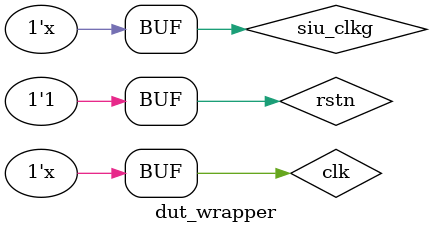
<source format=sv>
module dut_wrapper();

    reg clk;
    reg rstn;

    reg siu_clkg;

    wire        uart_intr;
    wire [13:0] uart_debug_mon;

    // -------------------------------
    // Clocks and Resets
    // -------------------------------
    initial begin
        // init
        clk  = 0;
        rstn = 0;
        siu_clkg = 0;
        #100ns;
        rstn = 1;
    end

    always #(clk_period/2) clk <= ~clk;
    always #(sclk_period/2) siu_clkg <= ~siu_clkg;

    uart_interface uart_if(.clk(siu_clkg), .rst_(rstn));
    cpu_intr_interface cpu_intr_if(.clk(clk), .sclk(siu_clkg));

    assign cpu_intr_if.interrupt = uart_intr;

    // ----------------------------------------------------------------
    // UART DUT
    // ----------------------------------------------------------------

    uart_top uart_top (
        .HCLK                   (),
        .HRESETn                (),
        .HTRANS                 (),
        .HADDR                  (),
        .HWRITE                 (),
        .HSIZE                  (),
        .HBURST                 (),
        .HWDATA                 (),
        .HSEL                   (),
        .AHB_HREADY             (),
        .HREADY                 (),
        .HRESP                  (),
        .HRDATA                 (),
        .apbclk                 (),
        .clk                    (),
        .rst_                   (),
        .sclk                   (siu_clkg),
        .siu_rst_               (rstn),
        .siu_cfg_rst_           (rstn),
        .inst_sin               (uart_if.sout_data),
        .inst_cts_n             (uart_if.rts_n),
        .inst_dsr_n             (uart_if.dtr_n),
        .inst_dcd_n             (1'b1),
        .inst_ri_n              (1'b1),
        .intr_inst              (uart_intr),
        .sout_inst              (uart_if.sin_data),
        .dtr_n_inst             (uart_if.dsr_n),
        .rts_n_inst             (uart_if.cts_n)
    );

endmodule

</source>
